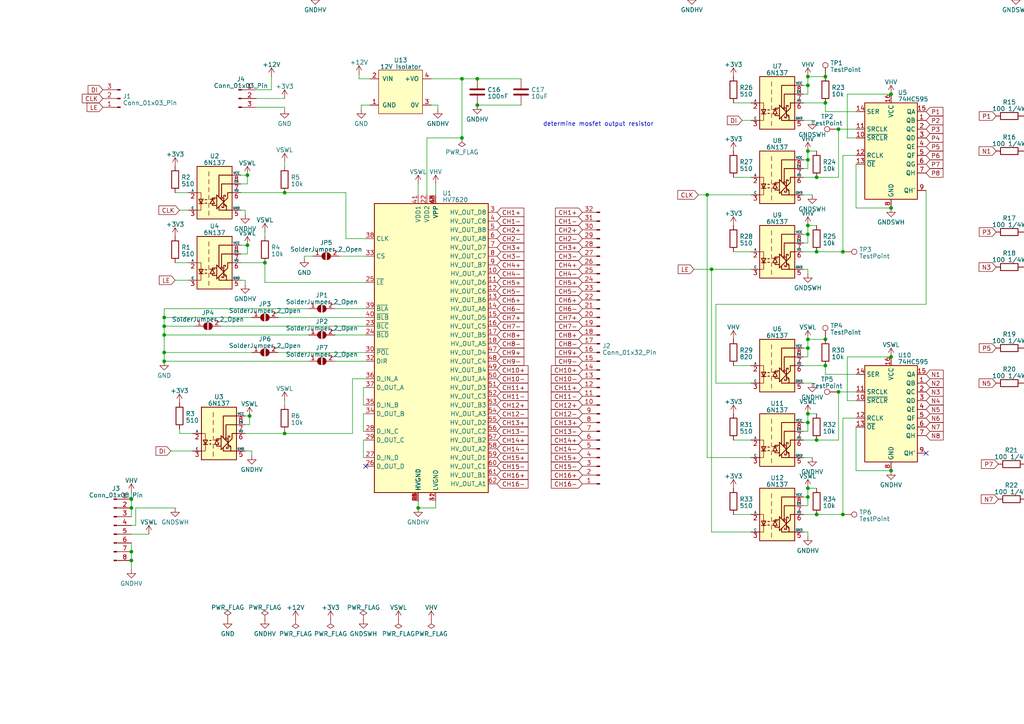
<source format=kicad_sch>
(kicad_sch (version 20230121) (generator eeschema)
  (paper "A4")
  (title_block (title "Output channel board") (date "2023-03-20") (rev "1"))
  (junction (at 236.855 51.435))
  (junction (at 133.985 40.005))
  (junction (at 72.39 120.65))
  (junction (at 239.395 106.045))
  (junction (at 304.8 139.7))
  (junction (at 294.64 -8.89))
  (junction (at 258.445 27.305))
  (junction (at 337.185 139.7))
  (junction (at 82.55 55.88))
  (junction (at 336.55 72.39))
  (junction (at 304.165 72.39))
  (junction (at 47.625 97.155))
  (junction (at 121.285 147.32))
  (junction (at 47.625 92.075))
  (junction (at 175.26 -1.27))
  (junction (at 336.55 106.045))
  (junction (at 281.94 -8.89))
  (junction (at 304.165 38.735))
  (junction (at 175.26 -8.89))
  (junction (at 76.835 76.2))
  (junction (at 239.395 29.845))
  (junction (at 234.315 141.605))
  (junction (at 307.34 -1.27))
  (junction (at 294.64 -1.27))
  (junction (at 149.86 -1.27))
  (junction (at 47.625 102.235))
  (junction (at 162.56 -1.27))
  (junction (at 133.985 22.86))
  (junction (at 239.395 98.425))
  (junction (at 258.445 60.325))
  (junction (at 238.76 -1.27))
  (junction (at 38.1 147.32))
  (junction (at 234.315 24.765))
  (junction (at 38.1 162.56))
  (junction (at 162.56 -8.89))
  (junction (at 205.105 56.515))
  (junction (at 258.445 136.525))
  (junction (at 234.315 65.405))
  (junction (at 234.315 67.945))
  (junction (at 200.66 -1.27))
  (junction (at 38.1 160.02))
  (junction (at 206.375 78.105))
  (junction (at 234.315 120.015))
  (junction (at 187.96 -8.89))
  (junction (at 138.43 22.86))
  (junction (at 238.76 -8.89))
  (junction (at 138.43 30.48))
  (junction (at 71.755 50.8))
  (junction (at 82.55 125.73))
  (junction (at 258.445 103.505))
  (junction (at 234.315 144.145))
  (junction (at 234.315 43.815))
  (junction (at 234.315 46.355))
  (junction (at 91.44 -8.89))
  (junction (at 244.475 149.225))
  (junction (at 91.44 -1.27))
  (junction (at 234.315 122.555))
  (junction (at 243.205 37.465))
  (junction (at 226.06 -1.27))
  (junction (at 71.755 71.12))
  (junction (at 234.315 100.965))
  (junction (at 336.55 38.735))
  (junction (at 307.34 -8.89))
  (junction (at 187.96 -1.27))
  (junction (at 226.06 -8.89))
  (junction (at 200.66 -8.89))
  (junction (at 244.475 73.025))
  (junction (at 236.855 127.635))
  (junction (at 239.395 22.225))
  (junction (at 304.165 106.045))
  (junction (at 213.36 -8.89))
  (junction (at 38.1 144.78))
  (junction (at 213.36 -1.27))
  (junction (at 234.315 22.225))
  (junction (at 281.94 -1.27))
  (junction (at 234.315 98.425))
  (junction (at 47.625 104.775))
  (junction (at 236.855 73.025))
  (junction (at 47.625 94.615))
  (junction (at 243.205 113.665))
  (junction (at 236.855 149.225))
  (junction (at 149.86 -8.89))
  (no_connect (at 106.045 135.255))
  (no_connect (at 268.605 131.445))
  (wire (pts (xy 212.725 29.845) (xy 217.805 29.845)))
  (wire (pts (xy 206.375 154.305) (xy 217.805 154.305)))
  (wire (pts (xy 73.025 130.81) (xy 71.12 130.81)))
  (wire (pts (xy 233.045 111.125) (xy 235.585 111.125)))
  (wire (pts (xy 248.285 47.625) (xy 248.285 60.325)))
  (wire (pts (xy 162.56 -1.27) (xy 175.26 -1.27)))
  (wire (pts (xy 39.37 147.32) (xy 39.37 152.4)))
  (wire (pts (xy 47.625 97.155) (xy 47.625 102.235)))
  (wire (pts (xy 234.315 122.555) (xy 233.045 122.555)))
  (wire (pts (xy 243.205 113.665) (xy 243.205 127.635)))
  (wire (pts (xy 73.025 132.08) (xy 73.025 130.81)))
  (wire (pts (xy 71.12 60.96) (xy 71.12 62.23)))
  (wire (pts (xy 205.105 132.715) (xy 217.805 132.715)))
  (wire (pts (xy 126.365 145.415) (xy 126.365 147.32)))
  (wire (pts (xy 105.41 112.395) (xy 105.41 117.475)))
  (wire (pts (xy 76.2 -1.27) (xy 91.44 -1.27)))
  (wire (pts (xy 248.285 121.285) (xy 244.475 121.285)))
  (wire (pts (xy 248.285 113.665) (xy 243.205 113.665)))
  (wire (pts (xy 234.315 27.305) (xy 234.315 24.765)))
  (wire (pts (xy 100.33 55.88) (xy 100.33 69.215)))
  (wire (pts (xy 52.07 124.46) (xy 52.07 125.73)))
  (wire (pts (xy 71.755 53.34) (xy 71.755 50.8)))
  (wire (pts (xy 71.12 123.19) (xy 72.39 123.19)))
  (wire (pts (xy 69.85 73.66) (xy 71.755 73.66)))
  (wire (pts (xy 236.855 149.225) (xy 233.045 149.225)))
  (wire (pts (xy 281.94 -1.27) (xy 294.64 -1.27)))
  (wire (pts (xy 97.155 104.775) (xy 106.045 104.775)))
  (wire (pts (xy 50.8 55.88) (xy 54.61 55.88)))
  (wire (pts (xy 162.56 -8.89) (xy 175.26 -8.89)))
  (wire (pts (xy 207.645 88.265) (xy 207.645 111.125)))
  (wire (pts (xy 234.315 43.815) (xy 234.315 46.355)))
  (wire (pts (xy 105.41 132.715) (xy 106.045 132.715)))
  (wire (pts (xy 236.855 65.405) (xy 234.315 65.405)))
  (wire (pts (xy 47.625 92.075) (xy 47.625 89.535)))
  (wire (pts (xy 38.1 154.94) (xy 43.18 154.94)))
  (wire (pts (xy 71.755 73.66) (xy 71.755 71.12)))
  (wire (pts (xy 47.625 94.615) (xy 47.625 92.075)))
  (wire (pts (xy 248.285 136.525) (xy 258.445 136.525)))
  (wire (pts (xy 234.315 98.425) (xy 234.315 100.965)))
  (wire (pts (xy 234.315 67.945) (xy 233.045 67.945)))
  (wire (pts (xy 244.475 73.025) (xy 236.855 73.025)))
  (wire (pts (xy 82.55 31.115) (xy 82.55 31.75)))
  (wire (pts (xy 239.395 98.425) (xy 234.315 98.425)))
  (wire (pts (xy 50.8 147.32) (xy 39.37 147.32)))
  (wire (pts (xy 233.045 103.505) (xy 234.315 103.505)))
  (wire (pts (xy 89.535 97.155) (xy 47.625 97.155)))
  (wire (pts (xy 71.12 81.28) (xy 69.85 81.28)))
  (wire (pts (xy 243.205 37.465) (xy 243.205 51.435)))
  (wire (pts (xy 76.835 81.915) (xy 76.835 76.2)))
  (wire (pts (xy 234.315 120.015) (xy 234.315 122.555)))
  (wire (pts (xy 269.24 -1.27) (xy 281.94 -1.27)))
  (wire (pts (xy 215.265 34.925) (xy 217.805 34.925)))
  (wire (pts (xy 47.625 97.155) (xy 47.625 94.615)))
  (wire (pts (xy 50.8 81.28) (xy 54.61 81.28)))
  (wire (pts (xy 213.36 -8.89) (xy 226.06 -8.89)))
  (wire (pts (xy 82.55 125.73) (xy 102.235 125.73)))
  (wire (pts (xy 248.285 37.465) (xy 243.205 37.465)))
  (wire (pts (xy 38.1 162.56) (xy 38.1 165.1)))
  (wire (pts (xy 239.395 32.385) (xy 239.395 29.845)))
  (wire (pts (xy 38.1 160.02) (xy 38.1 162.56)))
  (wire (pts (xy 234.315 103.505) (xy 234.315 100.965)))
  (wire (pts (xy 97.155 97.155) (xy 106.045 97.155)))
  (wire (pts (xy 212.725 73.025) (xy 217.805 73.025)))
  (wire (pts (xy 89.535 104.775) (xy 47.625 104.775)))
  (wire (pts (xy 98.425 74.295) (xy 106.045 74.295)))
  (wire (pts (xy 74.295 31.115) (xy 82.55 31.115)))
  (wire (pts (xy 138.43 22.86) (xy 151.13 22.86)))
  (wire (pts (xy 307.34 -1.27) (xy 320.04 -1.27)))
  (wire (pts (xy 245.745 27.305) (xy 258.445 27.305)))
  (wire (pts (xy 187.96 -1.27) (xy 200.66 -1.27)))
  (wire (pts (xy 100.33 69.215) (xy 106.045 69.215)))
  (wire (pts (xy 200.66 -8.89) (xy 213.36 -8.89)))
  (wire (pts (xy 236.855 51.435) (xy 233.045 51.435)))
  (wire (pts (xy 234.315 144.145) (xy 233.045 144.145)))
  (wire (pts (xy 233.045 132.715) (xy 235.585 132.715)))
  (wire (pts (xy 248.285 108.585) (xy 239.395 108.585)))
  (wire (pts (xy 80.645 92.075) (xy 106.045 92.075)))
  (wire (pts (xy 82.55 46.99) (xy 82.55 48.26)))
  (wire (pts (xy 133.985 22.86) (xy 138.43 22.86)))
  (wire (pts (xy 233.045 34.925) (xy 235.585 34.925)))
  (wire (pts (xy 74.295 28.575) (xy 82.55 28.575)))
  (wire (pts (xy 38.1 142.875) (xy 38.1 144.78)))
  (wire (pts (xy 200.66 -1.27) (xy 213.36 -1.27)))
  (wire (pts (xy 102.235 109.855) (xy 106.045 109.855)))
  (wire (pts (xy 233.045 48.895) (xy 234.315 48.895)))
  (wire (pts (xy 105.41 125.095) (xy 106.045 125.095)))
  (wire (pts (xy 217.805 78.105) (xy 206.375 78.105)))
  (wire (pts (xy 47.625 89.535) (xy 89.535 89.535)))
  (wire (pts (xy 245.745 40.005) (xy 245.745 27.305)))
  (wire (pts (xy 47.625 102.235) (xy 47.625 104.775)))
  (wire (pts (xy 239.395 108.585) (xy 239.395 106.045)))
  (wire (pts (xy 106.045 127.635) (xy 105.41 127.635)))
  (wire (pts (xy 106.045 112.395) (xy 105.41 112.395)))
  (wire (pts (xy 69.85 60.96) (xy 71.12 60.96)))
  (wire (pts (xy 234.315 154.305) (xy 233.045 154.305)))
  (wire (pts (xy 233.045 125.095) (xy 234.315 125.095)))
  (wire (pts (xy 212.725 51.435) (xy 217.805 51.435)))
  (wire (pts (xy 64.135 94.615) (xy 106.045 94.615)))
  (wire (pts (xy 233.045 27.305) (xy 234.315 27.305)))
  (wire (pts (xy 78.74 26.035) (xy 74.295 26.035)))
  (wire (pts (xy 106.045 120.015) (xy 105.41 120.015)))
  (wire (pts (xy 175.26 -8.89) (xy 187.96 -8.89)))
  (wire (pts (xy 123.825 40.005) (xy 123.825 56.515)))
  (wire (pts (xy 71.12 125.73) (xy 82.55 125.73)))
  (wire (pts (xy 137.16 -8.89) (xy 149.86 -8.89)))
  (wire (pts (xy 212.725 127.635) (xy 217.805 127.635)))
  (wire (pts (xy 39.37 152.4) (xy 38.1 152.4)))
  (wire (pts (xy 236.855 120.015) (xy 234.315 120.015)))
  (wire (pts (xy 202.565 56.515) (xy 205.105 56.515)))
  (wire (pts (xy 234.315 65.405) (xy 234.315 67.945)))
  (wire (pts (xy 104.14 21.59) (xy 104.14 22.86)))
  (wire (pts (xy 239.395 22.225) (xy 234.315 22.225)))
  (wire (pts (xy 234.315 48.895) (xy 234.315 46.355)))
  (wire (pts (xy 233.045 56.515) (xy 235.585 56.515)))
  (wire (pts (xy 82.55 125.095) (xy 82.55 125.73)))
  (wire (pts (xy 126.365 147.32) (xy 121.285 147.32)))
  (wire (pts (xy 217.805 56.515) (xy 205.105 56.515)))
  (wire (pts (xy 133.985 40.005) (xy 133.985 22.86)))
  (wire (pts (xy 245.745 116.205) (xy 245.745 103.505)))
  (wire (pts (xy 233.045 70.485) (xy 234.315 70.485)))
  (wire (pts (xy 72.39 120.65) (xy 71.12 120.65)))
  (wire (pts (xy 234.315 46.355) (xy 233.045 46.355)))
  (wire (pts (xy 55.88 125.73) (xy 52.07 125.73)))
  (wire (pts (xy 233.045 146.685) (xy 234.315 146.685)))
  (wire (pts (xy 238.76 -1.27) (xy 251.46 -1.27)))
  (wire (pts (xy 76.2 -8.89) (xy 91.44 -8.89)))
  (wire (pts (xy 82.55 116.205) (xy 82.55 117.475)))
  (wire (pts (xy 307.34 -8.89) (xy 320.04 -8.89)))
  (wire (pts (xy 105.41 117.475) (xy 106.045 117.475)))
  (wire (pts (xy 126.365 53.34) (xy 126.365 56.515)))
  (wire (pts (xy 104.14 22.86) (xy 107.315 22.86)))
  (wire (pts (xy 207.645 111.125) (xy 217.805 111.125)))
  (wire (pts (xy 69.85 53.34) (xy 71.755 53.34)))
  (wire (pts (xy 82.55 55.88) (xy 100.33 55.88)))
  (wire (pts (xy 234.315 79.375) (xy 234.315 78.105)))
  (wire (pts (xy 294.64 -8.89) (xy 307.34 -8.89)))
  (wire (pts (xy 248.285 116.205) (xy 245.745 116.205)))
  (wire (pts (xy 248.285 60.325) (xy 258.445 60.325)))
  (wire (pts (xy 149.86 -1.27) (xy 162.56 -1.27)))
  (wire (pts (xy 123.825 40.005) (xy 133.985 40.005)))
  (wire (pts (xy 71.755 50.8) (xy 69.85 50.8)))
  (wire (pts (xy 245.745 103.505) (xy 258.445 103.505)))
  (wire (pts (xy 248.285 123.825) (xy 248.285 136.525)))
  (wire (pts (xy 149.86 -8.89) (xy 162.56 -8.89)))
  (wire (pts (xy 238.76 -8.89) (xy 251.46 -8.89)))
  (wire (pts (xy 175.26 -1.27) (xy 187.96 -1.27)))
  (wire (pts (xy 243.205 51.435) (xy 236.855 51.435)))
  (wire (pts (xy 206.375 78.105) (xy 206.375 154.305)))
  (wire (pts (xy 47.625 102.235) (xy 73.025 102.235)))
  (wire (pts (xy 137.16 -1.27) (xy 149.86 -1.27)))
  (wire (pts (xy 187.96 -8.89) (xy 200.66 -8.89)))
  (wire (pts (xy 76.835 76.2) (xy 69.85 76.2)))
  (wire (pts (xy 201.295 78.105) (xy 206.375 78.105)))
  (wire (pts (xy 234.315 24.765) (xy 233.045 24.765)))
  (wire (pts (xy 49.53 130.81) (xy 55.88 130.81)))
  (wire (pts (xy 138.43 30.48) (xy 151.13 30.48)))
  (wire (pts (xy 243.205 127.635) (xy 236.855 127.635)))
  (wire (pts (xy 125.095 22.86) (xy 133.985 22.86)))
  (wire (pts (xy 71.12 82.55) (xy 71.12 81.28)))
  (wire (pts (xy 125.095 30.48) (xy 127 30.48)))
  (wire (pts (xy 97.155 89.535) (xy 106.045 89.535)))
  (wire (pts (xy 38.1 147.32) (xy 38.1 149.86)))
  (wire (pts (xy 104.775 30.48) (xy 107.315 30.48)))
  (wire (pts (xy 294.64 -1.27) (xy 307.34 -1.27)))
  (wire (pts (xy 236.855 43.815) (xy 234.315 43.815)))
  (wire (pts (xy 234.315 146.685) (xy 234.315 144.145)))
  (wire (pts (xy 50.8 76.2) (xy 54.61 76.2)))
  (wire (pts (xy 234.315 100.965) (xy 233.045 100.965)))
  (wire (pts (xy 236.855 73.025) (xy 233.045 73.025)))
  (wire (pts (xy 244.475 45.085) (xy 244.475 73.025)))
  (wire (pts (xy 88.265 74.93) (xy 88.265 74.295)))
  (wire (pts (xy 281.94 -8.89) (xy 294.64 -8.89)))
  (wire (pts (xy 248.285 45.085) (xy 244.475 45.085)))
  (wire (pts (xy 248.285 32.385) (xy 239.395 32.385)))
  (wire (pts (xy 234.315 78.105) (xy 233.045 78.105)))
  (wire (pts (xy 106.045 81.915) (xy 76.835 81.915)))
  (wire (pts (xy 244.475 149.225) (xy 236.855 149.225)))
  (wire (pts (xy 234.315 70.485) (xy 234.315 67.945)))
  (wire (pts (xy 239.395 29.845) (xy 233.045 29.845)))
  (wire (pts (xy 226.06 -8.89) (xy 238.76 -8.89)))
  (wire (pts (xy 52.07 60.96) (xy 54.61 60.96)))
  (wire (pts (xy 71.755 71.12) (xy 69.85 71.12)))
  (wire (pts (xy 234.315 155.575) (xy 234.315 154.305)))
  (wire (pts (xy 38.1 157.48) (xy 38.1 160.02)))
  (wire (pts (xy 212.725 106.045) (xy 217.805 106.045)))
  (wire (pts (xy 47.625 92.075) (xy 73.025 92.075)))
  (wire (pts (xy 127 30.48) (xy 127 31.75)))
  (wire (pts (xy 69.85 55.88) (xy 82.55 55.88)))
  (wire (pts (xy 213.36 -1.27) (xy 226.06 -1.27)))
  (wire (pts (xy 244.475 121.285) (xy 244.475 149.225)))
  (wire (pts (xy 226.06 -1.27) (xy 238.76 -1.27)))
  (wire (pts (xy 236.855 127.635) (xy 233.045 127.635)))
  (wire (pts (xy 80.645 102.235) (xy 106.045 102.235)))
  (wire (pts (xy 47.625 94.615) (xy 56.515 94.615)))
  (wire (pts (xy 38.1 144.78) (xy 38.1 147.32)))
  (wire (pts (xy 268.605 88.265) (xy 207.645 88.265)))
  (wire (pts (xy 234.315 22.225) (xy 234.315 24.765)))
  (wire (pts (xy 205.105 56.515) (xy 205.105 132.715)))
  (wire (pts (xy 121.285 53.34) (xy 121.285 56.515)))
  (wire (pts (xy 239.395 106.045) (xy 233.045 106.045)))
  (wire (pts (xy 268.605 55.245) (xy 268.605 88.265)))
  (wire (pts (xy 104.775 31.75) (xy 104.775 30.48)))
  (wire (pts (xy 105.41 120.015) (xy 105.41 125.095)))
  (wire (pts (xy 234.315 141.605) (xy 234.315 144.145)))
  (wire (pts (xy 105.41 127.635) (xy 105.41 132.715)))
  (wire (pts (xy 78.74 22.225) (xy 78.74 26.035)))
  (wire (pts (xy 88.265 74.295) (xy 90.805 74.295)))
  (wire (pts (xy 248.285 40.005) (xy 245.745 40.005)))
  (wire (pts (xy 269.24 -8.89) (xy 281.94 -8.89)))
  (wire (pts (xy 76.835 67.31) (xy 76.835 68.58)))
  (wire (pts (xy 102.235 125.73) (xy 102.235 109.855)))
  (wire (pts (xy 72.39 123.19) (xy 72.39 120.65)))
  (wire (pts (xy 236.855 141.605) (xy 234.315 141.605)))
  (wire (pts (xy 212.725 149.225) (xy 217.805 149.225)))
  (wire (pts (xy 234.315 125.095) (xy 234.315 122.555)))
  (wire (pts (xy 121.285 145.415) (xy 121.285 147.32)))
  (text "determine mosfet output resistor" (at 157.48 36.83 0) (effects (font (size 1.27 1.27)) (justify left bottom)))
  (global_label "CH7-" (shape input) (at 144.145 94.615 0) (property "Intersheetrefs" "${INTERSHEET_REFS}" (effects hide)))
  (global_label "CH9-" (shape input) (at 144.145 104.775 0) (property "Intersheetrefs" "${INTERSHEET_REFS}" (effects hide)))
  (global_label "CH15-" (shape input) (at 144.145 135.255 0) (property "Intersheetrefs" "${INTERSHEET_REFS}" (effects hide)))
  (global_label "CH16+" (shape input) (at 168.91 137.795 180) (property "Intersheetrefs" "${INTERSHEET_REFS}" (effects hide)))
  (global_label "CH6+" (shape input) (at 168.91 86.995 180) (property "Intersheetrefs" "${INTERSHEET_REFS}" (effects hide)))
  (global_label "CH8+" (shape input) (at 168.91 97.155 180) (property "Intersheetrefs" "${INTERSHEET_REFS}" (effects hide)))
  (global_label "CH10+" (shape input) (at 144.145 107.315 0) (property "Intersheetrefs" "${INTERSHEET_REFS}" (effects hide)))
  (global_label "DI" (shape input) (at 49.53 130.81 180) (property "Intersheetrefs" "${INTERSHEET_REFS}" (effects hide)))
  (global_label "N1" (shape input) (at 268.605 108.585 0) (property "Intersheetrefs" "${INTERSHEET_REFS}" (effects hide)))
  (global_label "CH4+" (shape input) (at 168.91 76.835 180) (property "Intersheetrefs" "${INTERSHEET_REFS}" (effects hide)))
  (global_label "CH4+" (shape input) (at 312.42 139.7 0) (property "Intersheetrefs" "${INTERSHEET_REFS}" (effects hide)))
  (global_label "CH13-" (shape input) (at 144.145 125.095 0) (property "Intersheetrefs" "${INTERSHEET_REFS}" (effects hide)))
  (global_label "P4" (shape input) (at 268.605 40.005 0) (property "Intersheetrefs" "${INTERSHEET_REFS}" (effects hide)))
  (global_label "N6" (shape input) (at 321.31 111.125 180) (property "Intersheetrefs" "${INTERSHEET_REFS}" (effects hide)))
  (global_label "CH3+" (shape input) (at 311.785 106.045 0) (property "Intersheetrefs" "${INTERSHEET_REFS}" (effects hide)))
  (global_label "CH16-" (shape input) (at 168.91 140.335 180) (property "Intersheetrefs" "${INTERSHEET_REFS}" (effects hide)))
  (global_label "CH15+" (shape input) (at 168.91 132.715 180) (property "Intersheetrefs" "${INTERSHEET_REFS}" (effects hide)))
  (global_label "DI" (shape input) (at 29.845 26.035 180) (property "Intersheetrefs" "${INTERSHEET_REFS}" (effects hide)))
  (global_label "CH10-" (shape input) (at 144.145 109.855 0) (property "Intersheetrefs" "${INTERSHEET_REFS}" (effects hide)))
  (global_label "CH2-" (shape input) (at 344.17 72.39 0) (property "Intersheetrefs" "${INTERSHEET_REFS}" (effects hide)))
  (global_label "N1" (shape input) (at 288.925 43.815 180) (property "Intersheetrefs" "${INTERSHEET_REFS}" (effects hide)))
  (global_label "CH12+" (shape input) (at 168.91 117.475 180) (property "Intersheetrefs" "${INTERSHEET_REFS}" (effects hide)))
  (global_label "P8" (shape input) (at 268.605 50.165 0) (property "Intersheetrefs" "${INTERSHEET_REFS}" (effects hide)))
  (global_label "CH14-" (shape input) (at 168.91 130.175 180) (property "Intersheetrefs" "${INTERSHEET_REFS}" (effects hide)))
  (global_label "CH2-" (shape input) (at 168.91 69.215 180) (property "Intersheetrefs" "${INTERSHEET_REFS}" (effects hide)))
  (global_label "CH8-" (shape input) (at 168.91 99.695 180) (property "Intersheetrefs" "${INTERSHEET_REFS}" (effects hide)))
  (global_label "CLK" (shape input) (at 52.07 60.96 180) (property "Intersheetrefs" "${INTERSHEET_REFS}" (effects hide)))
  (global_label "CH5+" (shape input) (at 144.145 81.915 0) (property "Intersheetrefs" "${INTERSHEET_REFS}" (effects hide)))
  (global_label "CH3-" (shape input) (at 144.145 74.295 0) (property "Intersheetrefs" "${INTERSHEET_REFS}" (effects hide)))
  (global_label "CH5-" (shape input) (at 144.145 84.455 0) (property "Intersheetrefs" "${INTERSHEET_REFS}" (effects hide)))
  (global_label "CH13+" (shape input) (at 144.145 122.555 0) (property "Intersheetrefs" "${INTERSHEET_REFS}" (effects hide)))
  (global_label "CH10+" (shape input) (at 168.91 107.315 180) (property "Intersheetrefs" "${INTERSHEET_REFS}" (effects hide)))
  (global_label "N4" (shape input) (at 268.605 116.205 0) (property "Intersheetrefs" "${INTERSHEET_REFS}" (effects hide)))
  (global_label "CH9-" (shape input) (at 168.91 104.775 180) (property "Intersheetrefs" "${INTERSHEET_REFS}" (effects hide)))
  (global_label "N2" (shape input) (at 321.31 43.815 180) (property "Intersheetrefs" "${INTERSHEET_REFS}" (effects hide)))
  (global_label "P5" (shape input) (at 268.605 42.545 0) (property "Intersheetrefs" "${INTERSHEET_REFS}" (effects hide)))
  (global_label "P3" (shape input) (at 268.605 37.465 0) (property "Intersheetrefs" "${INTERSHEET_REFS}" (effects hide)))
  (global_label "CH6+" (shape input) (at 144.145 86.995 0) (property "Intersheetrefs" "${INTERSHEET_REFS}" (effects hide)))
  (global_label "LE" (shape input) (at 201.295 78.105 180) (property "Intersheetrefs" "${INTERSHEET_REFS}" (effects hide)))
  (global_label "CH3-" (shape input) (at 344.17 106.045 0) (property "Intersheetrefs" "${INTERSHEET_REFS}" (effects hide)))
  (global_label "CH1-" (shape input) (at 168.91 64.135 180) (property "Intersheetrefs" "${INTERSHEET_REFS}" (effects hide)))
  (global_label "CH4-" (shape input) (at 168.91 79.375 180) (property "Intersheetrefs" "${INTERSHEET_REFS}" (effects hide)))
  (global_label "P1" (shape input) (at 268.605 32.385 0) (property "Intersheetrefs" "${INTERSHEET_REFS}" (effects hide)))
  (global_label "CH8-" (shape input) (at 144.145 99.695 0) (property "Intersheetrefs" "${INTERSHEET_REFS}" (effects hide)))
  (global_label "CLK" (shape input) (at 202.565 56.515 180) (property "Intersheetrefs" "${INTERSHEET_REFS}" (effects hide)))
  (global_label "CH9+" (shape input) (at 144.145 102.235 0) (property "Intersheetrefs" "${INTERSHEET_REFS}" (effects hide)))
  (global_label "CH7+" (shape input) (at 144.145 92.075 0) (property "Intersheetrefs" "${INTERSHEET_REFS}" (effects hide)))
  (global_label "P4" (shape input) (at 321.31 67.31 180) (property "Intersheetrefs" "${INTERSHEET_REFS}" (effects hide)))
  (global_label "CH15-" (shape input) (at 168.91 135.255 180) (property "Intersheetrefs" "${INTERSHEET_REFS}" (effects hide)))
  (global_label "CH6-" (shape input) (at 144.145 89.535 0) (property "Intersheetrefs" "${INTERSHEET_REFS}" (effects hide)))
  (global_label "CH1+" (shape input) (at 144.145 61.595 0) (property "Intersheetrefs" "${INTERSHEET_REFS}" (effects hide)))
  (global_label "P6" (shape input) (at 321.31 100.965 180) (property "Intersheetrefs" "${INTERSHEET_REFS}" (effects hide)))
  (global_label "CH7+" (shape input) (at 168.91 92.075 180) (property "Intersheetrefs" "${INTERSHEET_REFS}" (effects hide)))
  (global_label "CH11-" (shape input) (at 168.91 114.935 180) (property "Intersheetrefs" "${INTERSHEET_REFS}" (effects hide)))
  (global_label "P7" (shape input) (at 268.605 47.625 0) (property "Intersheetrefs" "${INTERSHEET_REFS}" (effects hide)))
  (global_label "CH4-" (shape input) (at 344.805 139.7 0) (property "Intersheetrefs" "${INTERSHEET_REFS}" (effects hide)))
  (global_label "CH4-" (shape input) (at 144.145 79.375 0) (property "Intersheetrefs" "${INTERSHEET_REFS}" (effects hide)))
  (global_label "CH1-" (shape input) (at 144.145 64.135 0) (property "Intersheetrefs" "${INTERSHEET_REFS}" (effects hide)))
  (global_label "P8" (shape input) (at 321.945 134.62 180) (property "Intersheetrefs" "${INTERSHEET_REFS}" (effects hide)))
  (global_label "CH4+" (shape input) (at 144.145 76.835 0) (property "Intersheetrefs" "${INTERSHEET_REFS}" (effects hide)))
  (global_label "N7" (shape input) (at 289.56 144.78 180) (property "Intersheetrefs" "${INTERSHEET_REFS}" (effects hide)))
  (global_label "CH2+" (shape input) (at 311.785 72.39 0) (property "Intersheetrefs" "${INTERSHEET_REFS}" (effects hide)))
  (global_label "P1" (shape input) (at 288.925 33.655 180) (property "Intersheetrefs" "${INTERSHEET_REFS}" (effects hide)))
  (global_label "CH3-" (shape input) (at 168.91 74.295 180) (property "Intersheetrefs" "${INTERSHEET_REFS}" (effects hide)))
  (global_label "P5" (shape input) (at 288.925 100.965 180) (property "Intersheetrefs" "${INTERSHEET_REFS}" (effects hide)))
  (global_label "DI" (shape input) (at 215.265 34.925 180) (property "Intersheetrefs" "${INTERSHEET_REFS}" (effects hide)))
  (global_label "CH16-" (shape input) (at 144.145 140.335 0) (property "Intersheetrefs" "${INTERSHEET_REFS}" (effects hide)))
  (global_label "CH13+" (shape input) (at 168.91 122.555 180) (property "Intersheetrefs" "${INTERSHEET_REFS}" (effects hide)))
  (global_label "CH1+" (shape input) (at 168.91 61.595 180) (property "Intersheetrefs" "${INTERSHEET_REFS}" (effects hide)))
  (global_label "CH14+" (shape input) (at 144.145 127.635 0) (property "Intersheetrefs" "${INTERSHEET_REFS}" (effects hide)))
  (global_label "CH5+" (shape input) (at 168.91 81.915 180) (property "Intersheetrefs" "${INTERSHEET_REFS}" (effects hide)))
  (global_label "LE" (shape input) (at 50.8 81.28 180) (property "Intersheetrefs" "${INTERSHEET_REFS}" (effects hide)))
  (global_label "CH1+" (shape input) (at 311.785 38.735 0) (property "Intersheetrefs" "${INTERSHEET_REFS}" (effects hide)))
  (global_label "N4" (shape input) (at 321.31 77.47 180) (property "Intersheetrefs" "${INTERSHEET_REFS}" (effects hide)))
  (global_label "CH13-" (shape input) (at 168.91 125.095 180) (property "Intersheetrefs" "${INTERSHEET_REFS}" (effects hide)))
  (global_label "CH2+" (shape input) (at 168.91 66.675 180) (property "Intersheetrefs" "${INTERSHEET_REFS}" (effects hide)))
  (global_label "CH2+" (shape input) (at 144.145 66.675 0) (property "Intersheetrefs" "${INTERSHEET_REFS}" (effects hide)))
  (global_label "P6" (shape input) (at 268.605 45.085 0) (property "Intersheetrefs" "${INTERSHEET_REFS}" (effects hide)))
  (global_label "CH12+" (shape input) (at 144.145 117.475 0) (property "Intersheetrefs" "${INTERSHEET_REFS}" (effects hide)))
  (global_label "CH6-" (shape input) (at 168.91 89.535 180) (property "Intersheetrefs" "${INTERSHEET_REFS}" (effects hide)))
  (global_label "N5" (shape input) (at 268.605 118.745 0) (property "Intersheetrefs" "${INTERSHEET_REFS}" (effects hide)))
  (global_label "CH11-" (shape input) (at 144.145 114.935 0) (property "Intersheetrefs" "${INTERSHEET_REFS}" (effects hide)))
  (global_label "CH11+" (shape input) (at 168.91 112.395 180) (property "Intersheetrefs" "${INTERSHEET_REFS}" (effects hide)))
  (global_label "P7" (shape input) (at 289.56 134.62 180) (property "Intersheetrefs" "${INTERSHEET_REFS}" (effects hide)))
  (global_label "P2" (shape input) (at 321.31 33.655 180) (property "Intersheetrefs" "${INTERSHEET_REFS}" (effects hide)))
  (global_label "CH1-" (shape input) (at 344.17 38.735 0) (property "Intersheetrefs" "${INTERSHEET_REFS}" (effects hide)))
  (global_label "LE" (shape input) (at 29.845 31.115 180) (property "Intersheetrefs" "${INTERSHEET_REFS}" (effects hide)))
  (global_label "CH2-" (shape input) (at 144.145 69.215 0) (property "Intersheetrefs" "${INTERSHEET_REFS}" (effects hide)))
  (global_label "CH11+" (shape input) (at 144.145 112.395 0) (property "Intersheetrefs" "${INTERSHEET_REFS}" (effects hide)))
  (global_label "N3" (shape input) (at 288.925 77.47 180) (property "Intersheetrefs" "${INTERSHEET_REFS}" (effects hide)))
  (global_label "N6" (shape input) (at 268.605 121.285 0) (property "Intersheetrefs" "${INTERSHEET_REFS}" (effects hide)))
  (global_label "CH12-" (shape input) (at 144.145 120.015 0) (property "Intersheetrefs" "${INTERSHEET_REFS}" (effects hide)))
  (global_label "CH9+" (shape input) (at 168.91 102.235 180) (property "Intersheetrefs" "${INTERSHEET_REFS}" (effects hide)))
  (global_label "N2" (shape input) (at 268.605 111.125 0) (property "Intersheetrefs" "${INTERSHEET_REFS}" (effects hide)))
  (global_label "CH15+" (shape input) (at 144.145 132.715 0) (property "Intersheetrefs" "${INTERSHEET_REFS}" (effects hide)))
  (global_label "P3" (shape input) (at 288.925 67.31 180) (property "Intersheetrefs" "${INTERSHEET_REFS}" (effects hide)))
  (global_label "CH12-" (shape input) (at 168.91 120.015 180) (property "Intersheetrefs" "${INTERSHEET_REFS}" (effects hide)))
  (global_label "CH3+" (shape input) (at 144.145 71.755 0) (property "Intersheetrefs" "${INTERSHEET_REFS}" (effects hide)))
  (global_label "N5" (shape input) (at 288.925 111.125 180) (property "Intersheetrefs" "${INTERSHEET_REFS}" (effects hide)))
  (global_label "N3" (shape input) (at 268.605 113.665 0) (property "Intersheetrefs" "${INTERSHEET_REFS}" (effects hide)))
  (global_label "CH16+" (shape input) (at 144.145 137.795 0) (property "Intersheetrefs" "${INTERSHEET_REFS}" (effects hide)))
  (global_label "CH5-" (shape input) (at 168.91 84.455 180) (property "Intersheetrefs" "${INTERSHEET_REFS}" (effects hide)))
  (global_label "CLK" (shape input) (at 29.845 28.575 180) (property "Intersheetrefs" "${INTERSHEET_REFS}" (effects hide)))
  (global_label "N8" (shape input) (at 321.945 144.78 180) (property "Intersheetrefs" "${INTERSHEET_REFS}" (effects hide)))
  (global_label "CH14+" (shape input) (at 168.91 127.635 180) (property "Intersheetrefs" "${INTERSHEET_REFS}" (effects hide)))
  (global_label "N8" (shape input) (at 268.605 126.365 0) (property "Intersheetrefs" "${INTERSHEET_REFS}" (effects hide)))
  (global_label "CH3+" (shape input) (at 168.91 71.755 180) (property "Intersheetrefs" "${INTERSHEET_REFS}" (effects hide)))
  (global_label "CH8+" (shape input) (at 144.145 97.155 0) (property "Intersheetrefs" "${INTERSHEET_REFS}" (effects hide)))
  (global_label "CH14-" (shape input) (at 144.145 130.175 0) (property "Intersheetrefs" "${INTERSHEET_REFS}" (effects hide)))
  (global_label "N7" (shape input) (at 268.605 123.825 0) (property "Intersheetrefs" "${INTERSHEET_REFS}" (effects hide)))
  (global_label "P2" (shape input) (at 268.605 34.925 0) (property "Intersheetrefs" "${INTERSHEET_REFS}" (effects hide)))
  (global_label "CH7-" (shape input) (at 168.91 94.615 180) (property "Intersheetrefs" "${INTERSHEET_REFS}" (effects hide)))
  (global_label "CH10-" (shape input) (at 168.91 109.855 180) (property "Intersheetrefs" "${INTERSHEET_REFS}" (effects hide)))
  (symbol (lib_id "el_components:GNDSWH") (at 234.315 79.375 0) (unit 1)
    (property "Reference" "#PWR044" (effects hide))
    (property "Value" "GNDSWH" (at 234.315 83.5105 0))
  )
  (symbol (lib_id "Device:R") (at 292.735 33.655 90) (unit 1)
    (property "Reference" "R15" (at 292.735 29.6291 90))
    (property "Value" "100 1/4W" (at 292.735 31.5501 90))
  )
  (symbol (lib_id "el_components:VHV") (at 91.44 -8.89 0) (unit 1)
    (property "Reference" "#PWR070" (effects hide))
    (property "Value" "VHV" (at 91.44 -12.3919 0))
  )
  (symbol (lib_id "el_components:Si7119DN") (at 301.625 33.655 0) (mirror x) (unit 1)
    (property "Reference" "Q9" (at 306.832 33.9718 0) (effects (justify left)))
    (property "Value" "Si7119DN" (effects hide))
    (property "Footprint" "Package_SO:Vishay_PowerPAK_1212-8_Single" (effects hide))
    (property "Datasheet" "https://www.mouser.de/datasheet/2/427/VISH_S_A0001142067_1-2567136.pdf" (effects hide))
  )
  (symbol (lib_id "el_components:GNDHV") (at 234.315 155.575 0) (unit 1)
    (property "Reference" "#PWR048" (effects hide))
    (property "Value" "GNDHV" (at 234.315 159.7105 0))
  )
  (symbol (lib_id "el_components:GNDHV") (at 304.165 116.205 0) (unit 1)
    (property "Reference" "#PWR036" (effects hide))
    (property "Value" "GNDHV" (at 304.165 120.3405 0))
  )
  (symbol (lib_id "power:+3V3") (at 50.8 48.26 0) (unit 1)
    (property "Reference" "#PWR051" (effects hide))
    (property "Value" "+3V3" (at 50.8 44.7581 0))
  )
  (symbol (lib_id "power:+3V3") (at 212.725 141.605 0) (unit 1)
    (property "Reference" "#PWR063" (effects hide))
    (property "Value" "+3V3" (at 212.725 138.1031 0))
  )
  (symbol (lib_id "el_components:VHV") (at 337.185 129.54 0) (unit 1)
    (property "Reference" "#PWR029" (effects hide))
    (property "Value" "VHV" (at 337.185 126.0381 0))
  )
  (symbol (lib_id "Jumper:SolderJumper_2_Open") (at 93.345 97.155 0) (unit 1)
    (property "Reference" "JP2" (at 93.345 93.2561 0))
    (property "Value" "SolderJumper_2_Open" (at 93.345 95.1771 0))
  )
  (symbol (lib_id "Device:R") (at 212.725 69.215 0) (unit 1)
    (property "Reference" "R28" (at 214.503 68.5713 0) (effects (justify left)))
    (property "Value" "510" (at 214.503 70.4923 0) (effects (justify left)))
  )
  (symbol (lib_id "el_components:VSWL") (at 234.315 120.015 0) (unit 1)
    (property "Reference" "#PWR057" (effects hide))
    (property "Value" "VSWL" (at 234.315 116.5131 0))
  )
  (symbol (lib_id "power:PWR_FLAG") (at 76.835 179.705 0) (unit 1)
    (property "Reference" "#FLG02" (effects hide))
    (property "Value" "PWR_FLAG" (at 76.835 176.2031 0))
  )
  (symbol (lib_id "Device:C") (at 137.16 -5.08 0) (unit 1)
    (property "Reference" "C1" (at 140.081 -5.7237 0) (effects (justify left)))
    (property "Value" "100nF" (at 140.081 -3.8027 0) (effects (justify left)))
  )
  (symbol (lib_id "Device:R") (at 212.725 102.235 0) (unit 1)
    (property "Reference" "R29" (at 214.503 101.5913 0) (effects (justify left)))
    (property "Value" "820" (at 214.503 103.5123 0) (effects (justify left)))
  )
  (symbol (lib_id "Device:R") (at 236.855 69.215 0) (unit 1)
    (property "Reference" "R25" (at 238.633 68.5713 0) (effects (justify left)))
    (property "Value" "10k" (at 238.633 70.4923 0) (effects (justify left)))
  )
  (symbol (lib_id "el_components:STN4NF20L") (at 334.01 111.125 0) (unit 1)
    (property "Reference" "Q6" (at 339.217 110.4813 0) (effects (justify left)))
    (property "Value" "STN4NF20L" (at 339.217 112.4023 0) (effects (justify left)))
    (property "Footprint" "Package_TO_SOT_SMD:SOT-223-3_TabPin2" (effects hide))
    (property "Datasheet" "https://www.mouser.de/datasheet/2/389/cd00272247-1797117.pdf" (effects hide))
  )
  (symbol (lib_id "el_components:VHV") (at 304.8 129.54 0) (unit 1)
    (property "Reference" "#PWR037" (effects hide))
    (property "Value" "VHV" (at 304.8 126.0381 0))
  )
  (symbol (lib_id "Jumper:SolderJumper_2_Open") (at 93.345 89.535 0) (unit 1)
    (property "Reference" "JP1" (at 93.345 85.6361 0))
    (property "Value" "SolderJumper_2_Open" (at 93.345 87.5571 0))
  )
  (symbol (lib_id "el_components:GNDSWH") (at 105.41 179.705 0) (unit 1)
    (property "Reference" "#PWR077" (effects hide))
    (property "Value" "GNDSWH" (at 105.41 183.8405 0))
  )
  (symbol (lib_id "el_components:VSWL") (at 82.55 46.99 0) (unit 1)
    (property "Reference" "#PWR018" (effects hide))
    (property "Value" "VSWL" (at 82.55 43.4881 0))
  )
  (symbol (lib_id "Device:R") (at 325.12 43.815 90) (unit 1)
    (property "Reference" "R9" (at 325.12 39.7891 90))
    (property "Value" "100 1/4W" (at 325.12 41.7101 90))
  )
  (symbol (lib_id "el_components:GNDHV") (at 336.55 116.205 0) (unit 1)
    (property "Reference" "#PWR028" (effects hide))
    (property "Value" "GNDHV" (at 336.55 120.3405 0))
  )
  (symbol (lib_id "Device:R") (at 212.725 123.825 0) (unit 1)
    (property "Reference" "R31" (at 214.503 123.1813 0) (effects (justify left)))
    (property "Value" "510" (at 214.503 125.1023 0) (effects (justify left)))
  )
  (symbol (lib_id "power:+3V3") (at 50.8 68.58 0) (unit 1)
    (property "Reference" "#PWR053" (effects hide))
    (property "Value" "+3V3" (at 50.8 65.0781 0))
  )
  (symbol (lib_id "Device:C") (at 251.46 -5.08 0) (unit 1)
    (property "Reference" "C19" (at 254.381 -5.7237 0) (effects (justify left)))
    (property "Value" "10uF" (at 254.381 -3.8027 0) (effects (justify left)))
  )
  (symbol (lib_id "Device:C") (at 307.34 -5.08 0) (unit 1)
    (property "Reference" "C10" (at 310.261 -5.7237 0) (effects (justify left)))
    (property "Value" "100nF" (at 310.261 -3.8027 0) (effects (justify left)))
  )
  (symbol (lib_id "Connector:TestPoint") (at 244.475 73.025 270) (unit 1)
    (property "Reference" "TP3" (at 249.174 72.3813 90) (effects (justify left)))
    (property "Value" "TestPoint" (at 249.174 74.3023 90) (effects (justify left)))
  )
  (symbol (lib_id "el_components:HV7620") (at 123.825 97.155 0) (unit 1)
    (property "Reference" "U1" (at 128.3209 56.0451 0) (effects (justify left)))
    (property "Value" "HV7620" (at 128.3209 57.9661 0) (effects (justify left)))
    (property "Datasheet" "http://ww1.microchip.com/downloads/en/DeviceDoc/HV7620%20C112213.pdf" (effects hide))
  )
  (symbol (lib_id "el_components:VSWL") (at 71.755 50.8 0) (unit 1)
    (property "Reference" "#PWR012" (effects hide))
    (property "Value" "VSWL" (at 71.755 47.2981 0))
  )
  (symbol (lib_id "el_components:GNDHV") (at 127 31.75 0) (unit 1)
    (property "Reference" "#PWR065" (effects hide))
    (property "Value" "GNDHV" (at 127 35.8855 0))
  )
  (symbol (lib_id "el_components:VHV") (at 336.55 62.23 0) (unit 1)
    (property "Reference" "#PWR025" (effects hide))
    (property "Value" "VHV" (at 336.55 58.7281 0))
  )
  (symbol (lib_id "Device:R") (at 340.995 139.7 90) (unit 1)
    (property "Reference" "R42" (at 340.995 135.6741 90))
    (property "Value" "R" (at 340.995 137.5951 90))
  )
  (symbol (lib_id "power:+3V3") (at 52.07 116.84 0) (unit 1)
    (property "Reference" "#PWR052" (effects hide))
    (property "Value" "+3V3" (at 52.07 113.3381 0))
  )
  (symbol (lib_id "el_components:Si7119DN") (at 301.625 67.31 0) (mirror x) (unit 1)
    (property "Reference" "Q11" (at 306.832 67.6268 0) (effects (justify left)))
    (property "Value" "Si7119DN" (effects hide))
    (property "Footprint" "Package_SO:Vishay_PowerPAK_1212-8_Single" (effects hide))
    (property "Datasheet" "https://www.mouser.de/datasheet/2/427/VISH_S_A0001142067_1-2567136.pdf" (effects hide))
  )
  (symbol (lib_id "power:GND") (at 47.625 104.775 0) (unit 1)
    (property "Reference" "#PWR06" (effects hide))
    (property "Value" "GND" (at 47.625 108.9105 0))
  )
  (symbol (lib_id "Jumper:SolderJumper_2_Open") (at 93.345 104.775 0) (unit 1)
    (property "Reference" "JP7" (at 93.345 100.8761 0))
    (property "Value" "SolderJumper_2_Open" (at 93.345 102.7971 0))
  )
  (symbol (lib_id "Device:C") (at 76.2 -5.08 0) (unit 1)
    (property "Reference" "C14" (at 79.121 -5.7237 0) (effects (justify left)))
    (property "Value" "1uf 250V" (at 79.121 -3.8027 0) (effects (justify left)))
  )
  (symbol (lib_id "el_components:STN4NF20L") (at 334.645 144.78 0) (unit 1)
    (property "Reference" "Q8" (at 339.852 144.1363 0) (effects (justify left)))
    (property "Value" "STN4NF20L" (at 339.852 146.0573 0) (effects (justify left)))
    (property "Footprint" "Package_TO_SOT_SMD:SOT-223-3_TabPin2" (effects hide))
    (property "Datasheet" "https://www.mouser.de/datasheet/2/389/cd00272247-1797117.pdf" (effects hide))
  )
  (symbol (lib_id "el_components:Si7119DN") (at 302.26 134.62 0) (mirror x) (unit 1)
    (property "Reference" "Q15" (at 307.467 134.9368 0) (effects (justify left)))
    (property "Value" "Si7119DN" (effects hide))
    (property "Footprint" "Package_SO:Vishay_PowerPAK_1212-8_Single" (effects hide))
    (property "Datasheet" "https://www.mouser.de/datasheet/2/427/VISH_S_A0001142067_1-2567136.pdf" (effects hide))
  )
  (symbol (lib_id "el_components:Si7119DN") (at 301.625 100.965 0) (mirror x) (unit 1)
    (property "Reference" "Q13" (at 306.832 101.2818 0) (effects (justify left)))
    (property "Value" "Si7119DN" (effects hide))
    (property "Footprint" "Package_SO:Vishay_PowerPAK_1212-8_Single" (effects hide))
    (property "Datasheet" "https://www.mouser.de/datasheet/2/427/VISH_S_A0001142067_1-2567136.pdf" (effects hide))
  )
  (symbol (lib_id "power:+12V") (at 85.725 179.705 0) (unit 1)
    (property "Reference" "#PWR075" (effects hide))
    (property "Value" "+12V" (at 85.725 176.2031 0))
  )
  (symbol (lib_id "el_components:STN4NF20L") (at 334.01 43.815 0) (unit 1)
    (property "Reference" "Q2" (at 339.217 43.1713 0) (effects (justify left)))
    (property "Value" "STN4NF20L" (at 339.217 45.0923 0) (effects (justify left)))
    (property "Footprint" "Package_TO_SOT_SMD:SOT-223-3_TabPin2" (effects hide))
    (property "Datasheet" "https://www.mouser.de/datasheet/2/389/cd00272247-1797117.pdf" (effects hide))
  )
  (symbol (lib_id "power:+3V3") (at 82.55 28.575 0) (unit 1)
    (property "Reference" "#PWR015" (effects hide))
    (property "Value" "+3V3" (at 82.55 25.0731 0))
  )
  (symbol (lib_id "Device:R") (at 307.975 106.045 90) (unit 1)
    (property "Reference" "R39" (at 307.975 102.0191 90))
    (property "Value" "R" (at 307.975 103.9401 90))
  )
  (symbol (lib_id "el_components:GNDSWH") (at 294.64 -1.27 0) (unit 1)
    (property "Reference" "#PWR069" (effects hide))
    (property "Value" "GNDSWH" (at 294.64 2.8655 0))
  )
  (symbol (lib_id "el_components:GNDHV") (at 76.835 179.705 0) (unit 1)
    (property "Reference" "#PWR074" (effects hide))
    (property "Value" "GNDHV" (at 76.835 183.8405 0))
  )
  (symbol (lib_id "Device:R") (at 293.37 134.62 90) (unit 1)
    (property "Reference" "R21" (at 293.37 130.5941 90))
    (property "Value" "100 1/4W" (at 293.37 132.5151 90))
  )
  (symbol (lib_id "Device:R") (at 292.735 67.31 90) (unit 1)
    (property "Reference" "R17" (at 292.735 63.2841 90))
    (property "Value" "100 1/4W" (at 292.735 65.2051 90))
  )
  (symbol (lib_id "el_components:VHV") (at 258.445 27.305 0) (unit 1)
    (property "Reference" "#PWR042" (effects hide))
    (property "Value" "VHV" (at 258.445 23.8031 0))
  )
  (symbol (lib_id "el_components:VHV") (at 336.55 28.575 0) (unit 1)
    (property "Reference" "#PWR023" (effects hide))
    (property "Value" "VHV" (at 336.55 25.0731 0))
  )
  (symbol (lib_id "power:+3V3") (at 212.725 120.015 0) (unit 1)
    (property "Reference" "#PWR058" (effects hide))
    (property "Value" "+3V3" (at 212.725 116.5131 0))
  )
  (symbol (lib_id "el_components:GNDSWH") (at 235.585 56.515 0) (unit 1)
    (property "Reference" "#PWR045" (effects hide))
    (property "Value" "GNDSWH" (at 235.585 60.6505 0))
  )
  (symbol (lib_id "Device:R") (at 293.37 144.78 90) (unit 1)
    (property "Reference" "R22" (at 293.37 140.7541 90))
    (property "Value" "100 1/4W" (at 293.37 142.6751 90))
  )
  (symbol (lib_id "el_components:VHV") (at 234.315 22.225 0) (unit 1)
    (property "Reference" "#PWR039" (effects hide))
    (property "Value" "VHV" (at 234.315 18.7231 0))
  )
  (symbol (lib_id "el_components:VSWL") (at 258.445 103.505 0) (unit 1)
    (property "Reference" "#PWR055" (effects hide))
    (property "Value" "VSWL" (at 258.445 100.0031 0))
  )
  (symbol (lib_id "Device:R") (at 239.395 26.035 0) (unit 1)
    (property "Reference" "R23" (at 241.173 25.3913 0) (effects (justify left)))
    (property "Value" "10k" (at 241.173 27.3123 0) (effects (justify left)))
  )
  (symbol (lib_id "el_components:STN4NF20L") (at 334.01 77.47 0) (unit 1)
    (property "Reference" "Q4" (at 339.217 76.8263 0) (effects (justify left)))
    (property "Value" "STN4NF20L" (at 339.217 78.7473 0) (effects (justify left)))
    (property "Footprint" "Package_TO_SOT_SMD:SOT-223-3_TabPin2" (effects hide))
    (property "Datasheet" "https://www.mouser.de/datasheet/2/389/cd00272247-1797117.pdf" (effects hide))
  )
  (symbol (lib_id "power:GND") (at 82.55 31.75 0) (unit 1)
    (property "Reference" "#PWR061" (effects hide))
    (property "Value" "GND" (at 82.55 35.8855 0))
  )
  (symbol (lib_id "power:PWR_FLAG") (at 66.04 179.705 0) (unit 1)
    (property "Reference" "#FLG01" (effects hide))
    (property "Value" "PWR_FLAG" (at 66.04 176.2031 0))
  )
  (symbol (lib_id "el_components:GNDHV") (at 235.585 132.715 0) (unit 1)
    (property "Reference" "#PWR049" (effects hide))
    (property "Value" "GNDHV" (at 235.585 136.8505 0))
  )
  (symbol (lib_id "power:+3V3") (at 95.885 179.705 0) (unit 1)
    (property "Reference" "#PWR076" (effects hide))
    (property "Value" "+3V3" (at 95.885 176.2031 0))
  )
  (symbol (lib_id "el_components:GNDSWH") (at 258.445 60.325 0) (unit 1)
    (property "Reference" "#PWR043" (effects hide))
    (property "Value" "GNDSWH" (at 258.445 64.4605 0))
  )
  (symbol (lib_id "power:PWR_FLAG") (at 105.41 179.705 0) (unit 1)
    (property "Reference" "#FLG03" (effects hide))
    (property "Value" "PWR_FLAG" (at 105.41 176.2031 0))
  )
  (symbol (lib_id "el_components:STN4NF20L") (at 301.625 111.125 0) (unit 1)
    (property "Reference" "Q14" (at 306.832 110.4813 0) (effects (justify left)))
    (property "Value" "STN4NF20L" (at 306.832 112.4023 0) (effects (justify left)))
    (property "Footprint" "Package_TO_SOT_SMD:SOT-223-3_TabPin2" (effects hide))
    (property "Datasheet" "https://www.mouser.de/datasheet/2/389/cd00272247-1797117.pdf" (effects hide))
  )
  (symbol (lib_id "Device:R") (at 325.755 144.78 90) (unit 1)
    (property "Reference" "R14" (at 325.755 140.7541 90))
    (property "Value" "100 1/4W" (at 325.755 142.6751 90))
  )
  (symbol (lib_id "el_components:GNDHV") (at 258.445 136.525 0) (unit 1)
    (property "Reference" "#PWR047" (effects hide))
    (property "Value" "GNDHV" (at 258.445 140.6605 0))
  )
  (symbol (lib_id "power:PWR_FLAG") (at 125.095 179.705 180) (unit 1)
    (property "Reference" "#FLG07" (effects hide))
    (property "Value" "PWR_FLAG" (at 125.095 183.8405 0))
  )
  (symbol (lib_id "power:GND") (at 104.775 31.75 0) (unit 1)
    (property "Reference" "#PWR064" (effects hide))
    (property "Value" "GND" (at 104.775 35.8855 0))
  )
  (symbol (lib_id "Isolator:6N137") (at 63.5 125.73 0) (unit 1)
    (property "Reference" "U3" (at 63.5 115.1001 0))
    (property "Value" "6N137" (at 63.5 117.0211 0))
    (property "Footprint" "Package_DIP:DIP-8_W7.62mm" (effects hide))
    (property "Datasheet" "https://docs.broadcom.com/docs/AV02-0940EN" (effects hide))
  )
  (symbol (lib_id "Device:C") (at 187.96 -5.08 0) (unit 1)
    (property "Reference" "C5" (at 190.881 -5.7237 0) (effects (justify left)))
    (property "Value" "100nF" (at 190.881 -3.8027 0) (effects (justify left)))
  )
  (symbol (lib_id "el_components:GNDHV") (at 200.66 -1.27 0) (unit 1)
    (property "Reference" "#PWR066" (effects hide))
    (property "Value" "GNDHV" (at 200.66 2.8655 0))
  )
  (symbol (lib_id "Connector:TestPoint") (at 239.395 98.425 0) (unit 1)
    (property "Reference" "TP4" (at 240.792 94.4793 0) (effects (justify left)))
    (property "Value" "TestPoint" (at 240.792 96.4003 0) (effects (justify left)))
  )
  (symbol (lib_id "power:GND") (at 88.265 74.93 0) (unit 1)
    (property "Reference" "#PWR07" (effects hide))
    (property "Value" "GND" (at 88.265 79.0655 0))
  )
  (symbol (lib_id "power:+3V3") (at 212.725 43.815 0) (unit 1)
    (property "Reference" "#PWR016" (effects hide))
    (property "Value" "+3V3" (at 212.725 40.3131 0))
  )
  (symbol (lib_id "Device:R") (at 292.735 111.125 90) (unit 1)
    (property "Reference" "R20" (at 292.735 107.0991 90))
    (property "Value" "100 1/4W" (at 292.735 109.0201 90))
  )
  (symbol (lib_id "Connector:Conn_01x03_Pin") (at 34.925 28.575 180) (unit 1)
    (property "Reference" "J1" (at 35.6362 27.9313 0) (effects (justify right)))
    (property "Value" "Conn_01x03_Pin" (at 35.6362 29.8523 0) (effects (justify right)))
  )
  (symbol (lib_id "el_components:VSWL") (at 200.66 -8.89 0) (unit 1)
    (property "Reference" "#PWR067" (effects hide))
    (property "Value" "VSWL" (at 200.66 -12.3919 0))
  )
  (symbol (lib_id "74xx:74HC595") (at 258.445 42.545 0) (unit 1)
    (property "Reference" "U5" (at 260.4009 26.8351 0) (effects (justify left)))
    (property "Value" "74HC595" (at 260.4009 28.7561 0) (effects (justify left)))
    (property "Datasheet" "http://www.ti.com/lit/ds/symlink/sn74hc595.pdf" (effects hide))
  )
  (symbol (lib_id "el_components:VHV") (at 304.165 95.885 0) (unit 1)
    (property "Reference" "#PWR035" (effects hide))
    (property "Value" "VHV" (at 304.165 92.3831 0))
  )
  (symbol (lib_id "Device:C") (at 138.43 26.67 0) (unit 1)
    (property "Reference" "C16" (at 141.351 26.0263 0) (effects (justify left)))
    (property "Value" "100nF" (at 141.351 27.9473 0) (effects (justify left)))
  )
  (symbol (lib_id "Device:C") (at 91.44 -5.08 0) (unit 1)
    (property "Reference" "C15" (at 94.361 -5.7237 0) (effects (justify left)))
    (property "Value" "1uf 250V" (at 94.361 -3.8027 0) (effects (justify left)))
  )
  (symbol (lib_id "el_components:GNDHV") (at 71.12 82.55 0) (unit 1)
    (property "Reference" "#PWR08" (effects hide))
    (property "Value" "GNDHV" (at 71.12 86.6855 0))
  )
  (symbol (lib_id "Isolator:6N137") (at 62.23 55.88 0) (unit 1)
    (property "Reference" "U2" (at 62.23 45.2501 0))
    (property "Value" "6N137" (at 62.23 47.1711 0))
    (property "Footprint" "Package_DIP:DIP-8_W7.62mm" (effects hide))
    (property "Datasheet" "https://docs.broadcom.com/docs/AV02-0940EN" (effects hide))
  )
  (symbol (lib_id "Device:R") (at 340.36 72.39 90) (unit 1)
    (property "Reference" "R38" (at 340.36 68.3641 90))
    (property "Value" "R" (at 340.36 70.2851 90))
  )
  (symbol (lib_id "Device:C") (at 226.06 -5.08 0) (unit 1)
    (property "Reference" "C13" (at 228.981 -5.7237 0) (effects (justify left)))
    (property "Value" "10uF" (at 228.981 -3.8027 0) (effects (justify left)))
  )
  (symbol (lib_id "el_components:GNDHV") (at 91.44 -1.27 0) (unit 1)
    (property "Reference" "#PWR071" (effects hide))
    (property "Value" "GNDHV" (at 91.44 2.8655 0))
  )
  (symbol (lib_id "power:+12V") (at 78.74 22.225 0) (unit 1)
    (property "Reference" "#PWR02" (effects hide))
    (property "Value" "+12V" (at 78.74 18.7231 0))
  )
  (symbol (lib_id "el_components:Si7119DN") (at 334.01 67.31 0) (mirror x) (unit 1)
    (property "Reference" "Q3" (at 339.217 67.6268 0) (effects (justify left)))
    (property "Value" "Si7119DN" (effects hide))
    (property "Footprint" "Package_SO:Vishay_PowerPAK_1212-8_Single" (effects hide))
    (property "Datasheet" "https://www.mouser.de/datasheet/2/427/VISH_S_A0001142067_1-2567136.pdf" (effects hide))
  )
  (symbol (lib_id "el_components:GNDSWH") (at 50.8 147.32 0) (unit 1)
    (property "Reference" "#PWR060" (effects hide))
    (property "Value" "GNDSWH" (at 50.8 151.4555 0))
  )
  (symbol (lib_id "Device:R") (at 50.8 72.39 0) (unit 1)
    (property "Reference" "R1" (at 52.578 71.7463 0) (effects (justify left)))
    (property "Value" "510" (at 52.578 73.6673 0) (effects (justify left)))
  )
  (symbol (lib_id "Connector:TestPoint") (at 243.205 37.465 90) (unit 1)
    (property "Reference" "TP2" (at 239.903 33.8201 90))
    (property "Value" "TestPoint" (at 239.903 35.7411 90))
  )
  (symbol (lib_id "el_components:VHV") (at 294.64 -8.89 0) (unit 1)
    (property "Reference" "#PWR068" (effects hide))
    (property "Value" "VHV" (at 294.64 -12.3919 0))
  )
  (symbol (lib_id "el_components:VHV") (at 234.315 43.815 0) (unit 1)
    (property "Reference" "#PWR040" (effects hide))
    (property "Value" "VHV" (at 234.315 40.3131 0))
  )
  (symbol (lib_id "el_components:GNDHV") (at 138.43 30.48 0) (unit 1)
    (property "Reference" "#PWR072" (effects hide))
    (property "Value" "GNDHV" (at 138.43 34.6155 0))
  )
  (symbol (lib_id "Device:R") (at 292.735 77.47 90) (unit 1)
    (property "Reference" "R18" (at 292.735 73.4441 90))
    (property "Value" "100 1/4W" (at 292.735 75.3651 90))
  )
  (symbol (lib_id "el_components:GNDHV") (at 235.585 111.125 0) (unit 1)
    (property "Reference" "#PWR054" (effects hide))
    (property "Value" "GNDHV" (at 235.585 115.2605 0))
  )
  (symbol (lib_id "Connector:Conn_01x08_Pin") (at 33.02 152.4 0) (unit 1)
    (property "Reference" "J3" (at 33.655 141.6939 0))
    (property "Value" "Conn_01x08_Pin" (at 33.655 143.6149 0))
  )
  (symbol (lib_id "Device:R") (at 325.12 33.655 90) (unit 1)
    (property "Reference" "R7" (at 325.12 29.6291 90))
    (property "Value" "100 1/4W" (at 325.12 31.5501 90))
  )
  (symbol (lib_id "el_components:VHV") (at 304.165 62.23 0) (unit 1)
    (property "Reference" "#PWR033" (effects hide))
    (property "Value" "VHV" (at 304.165 58.7281 0))
  )
  (symbol (lib_id "el_components:VHV") (at 126.365 53.34 0) (unit 1)
    (property "Reference" "#PWR01" (effects hide))
    (property "Value" "VHV" (at 126.365 49.8381 0))
  )
  (symbol (lib_id "el_components:GNDHV") (at 337.185 149.86 0) (unit 1)
    (property "Reference" "#PWR030" (effects hide))
    (property "Value" "GNDHV" (at 337.185 153.9955 0))
  )
  (symbol (lib_id "Device:R") (at 325.12 100.965 90) (unit 1)
    (property "Reference" "R11" (at 325.12 96.9391 90))
    (property "Value" "100 1/4W" (at 325.12 98.8601 90))
  )
  (symbol (lib_id "el_components:GNDHV") (at 304.165 48.895 0) (unit 1)
    (property "Reference" "#PWR032" (effects hide))
    (property "Value" "GNDHV" (at 304.165 53.0305 0))
  )
  (symbol (lib_id "power:+3V3") (at 212.725 22.225 0) (unit 1)
    (property "Reference" "#PWR010" (effects hide))
    (property "Value" "+3V3" (at 212.725 18.7231 0))
  )
  (symbol (lib_id "el_components:VSWL") (at 115.57 179.705 0) (unit 1)
    (property "Reference" "#PWR078" (effects hide))
    (property "Value" "VSWL" (at 115.57 176.2031 0))
  )
  (symbol (lib_id "Isolator:6N137") (at 225.425 73.025 0) (unit 1)
    (property "Reference" "U9" (at 225.425 62.3951 0))
    (property "Value" "6N137" (at 225.425 64.3161 0))
    (property "Footprint" "Package_DIP:DIP-8_W7.62mm" (effects hide))
    (property "Datasheet" "https://docs.broadcom.com/docs/AV02-0940EN" (effects hide))
  )
  (symbol (lib_id "el_components:GNDHV") (at 336.55 48.895 0) (unit 1)
    (property "Reference" "#PWR024" (effects hide))
    (property "Value" "GNDHV" (at 336.55 53.0305 0))
  )
  (symbol (lib_id "el_components:VHV") (at 234.315 65.405 0) (unit 1)
    (property "Reference" "#PWR041" (effects hide))
    (property "Value" "VHV" (at 234.315 61.9031 0))
  )
  (symbol (lib_id "el_components:GNDHV") (at 304.165 82.55 0) (unit 1)
    (property "Reference" "#PWR034" (effects hide))
    (property "Value" "GNDHV" (at 304.165 86.6855 0))
  )
  (symbol (lib_id "Jumper:SolderJumper_2_Open") (at 60.325 94.615 0) (unit 1)
    (property "Reference" "JP4" (at 60.325 90.7161 0))
    (property "Value" "SolderJumper_2_Open" (at 60.325 92.6371 0))
  )
  (symbol (lib_id "el_components:VSWL") (at 82.55 116.205 0) (unit 1)
    (property "Reference" "#PWR019" (effects hide))
    (property "Value" "VSWL" (at 82.55 112.7031 0))
  )
  (symbol (lib_id "Isolator:6N137") (at 225.425 106.045 0) (unit 1)
    (property "Reference" "U6" (at 225.425 95.4151 0))
    (property "Value" "6N137" (at 225.425 97.3361 0))
    (property "Footprint" "Package_DIP:DIP-8_W7.62mm" (effects hide))
    (property "Datasheet" "https://docs.broadcom.com/docs/AV02-0940EN" (effects hide))
  )
  (symbol (lib_id "power:GND") (at 66.04 179.705 0) (unit 1)
    (property "Reference" "#PWR073" (effects hide))
    (property "Value" "GND" (at 66.04 183.8405 0))
  )
  (symbol (lib_id "el_components:VSWL") (at 43.18 154.94 0) (unit 1)
    (property "Reference" "#PWR022" (effects hide))
    (property "Value" "VSWL" (at 43.18 151.4381 0))
  )
  (symbol (lib_id "Device:C") (at 294.64 -5.08 0) (unit 1)
    (property "Reference" "C9" (at 297.561 -5.7237 0) (effects (justify left)))
    (property "Value" "100nF" (at 297.561 -3.8027 0) (effects (justify left)))
  )
  (symbol (lib_id "el_components:GNDSWH") (at 235.585 34.925 0) (unit 1)
    (property "Reference" "#PWR046" (effects hide))
    (property "Value" "GNDSWH" (at 235.585 39.0605 0))
  )
  (symbol (lib_id "Device:R") (at 82.55 52.07 0) (unit 1)
    (property "Reference" "R5" (at 84.328 51.4263 0) (effects (justify left)))
    (property "Value" "10k" (at 84.328 53.3473 0) (effects (justify left)))
  )
  (symbol (lib_id "el_components:VHV") (at 336.55 95.885 0) (unit 1)
    (property "Reference" "#PWR027" (effects hide))
    (property "Value" "VHV" (at 336.55 92.3831 0))
  )
  (symbol (lib_id "Device:C") (at 149.86 -5.08 0) (unit 1)
    (property "Reference" "C2" (at 152.781 -5.7237 0) (effects (justify left)))
    (property "Value" "100nF" (at 152.781 -3.8027 0) (effects (justify left)))
  )
  (symbol (lib_id "Device:C") (at 238.76 -5.08 0) (unit 1)
    (property "Reference" "C18" (at 241.681 -5.7237 0) (effects (justify left)))
    (property "Value" "100nF" (at 241.681 -3.8027 0) (effects (justify left)))
  )
  (symbol (lib_id "Device:R") (at 307.975 72.39 90) (unit 1)
    (property "Reference" "R37" (at 307.975 68.3641 90))
    (property "Value" "R" (at 307.975 70.2851 90))
  )
  (symbol (lib_id "Device:R") (at 236.855 123.825 0) (unit 1)
    (property "Reference" "R32" (at 238.633 123.1813 0) (effects (justify left)))
    (property "Value" "10k" (at 238.633 125.1023 0) (effects (justify left)))
  )
  (symbol (lib_id "el_components:GNDHV") (at 38.1 165.1 0) (unit 1)
    (property "Reference" "#PWR020" (effects hide))
    (property "Value" "GNDHV" (at 38.1 169.2355 0))
  )
  (symbol (lib_id "Device:R") (at 212.725 145.415 0) (unit 1)
    (property "Reference" "R33" (at 214.503 144.7713 0) (effects (justify left)))
    (property "Value" "510" (at 214.503 146.6923 0) (effects (justify left)))
  )
  (symbol (lib_id "el_components:VSWL") (at 234.315 141.605 0) (unit 1)
    (property "Reference" "#PWR059" (effects hide))
    (property "Value" "VSWL" (at 234.315 138.1031 0))
  )
  (symbol (lib_id "Device:R") (at 76.835 72.39 0) (unit 1)
    (property "Reference" "R4" (at 78.613 71.7463 0) (effects (justify left)))
    (property "Value" "10k" (at 78.613 73.6673 0) (effects (justify left)))
  )
  (symbol (lib_id "Device:R") (at 340.36 38.735 90) (unit 1)
    (property "Reference" "R36" (at 340.36 34.7091 90))
    (property "Value" "R" (at 340.36 36.6301 90))
  )
  (symbol (lib_id "Device:R") (at 325.12 111.125 90) (unit 1)
    (property "Reference" "R12" (at 325.12 107.0991 90))
    (property "Value" "100 1/4W" (at 325.12 109.0201 90))
  )
  (symbol (lib_id "Device:R") (at 325.12 67.31 90) (unit 1)
    (property "Reference" "R8" (at 325.12 63.2841 90))
    (property "Value" "100 1/4W" (at 325.12 65.2051 90))
  )
  (symbol (lib_id "Isolator:6N137") (at 62.23 76.2 0) (unit 1)
    (property "Reference" "U4" (at 62.23 65.5701 0))
    (property "Value" "6N137" (at 62.23 67.4911 0))
    (property "Footprint" "Package_DIP:DIP-8_W7.62mm" (effects hide))
    (property "Datasheet" "https://docs.broadcom.com/docs/AV02-0940EN" (effects hide))
  )
  (symbol (lib_id "Device:C") (at 162.56 -5.08 0) (unit 1)
    (property "Reference" "C3" (at 165.481 -5.7237 0) (effects (justify left)))
    (property "Value" "100nF" (at 165.481 -3.8027 0) (effects (justify left)))
  )
  (symbol (lib_id "Isolator:6N137") (at 225.425 149.225 0) (unit 1)
    (property "Reference" "U12" (at 225.425 138.5951 0))
    (property "Value" "6N137" (at 225.425 140.5161 0))
    (property "Footprint" "Package_DIP:DIP-8_W7.62mm" (effects hide))
    (property "Datasheet" "https://docs.broadcom.com/docs/AV02-0940EN" (effects hide))
  )
  (symbol (lib_id "el_components:STN4NF20L") (at 301.625 43.815 0) (unit 1)
    (property "Reference" "Q10" (at 306.832 43.1713 0) (effects (justify left)))
    (property "Value" "STN4NF20L" (at 306.832 45.0923 0) (effects (justify left)))
    (property "Footprint" "Package_TO_SOT_SMD:SOT-223-3_TabPin2" (effects hide))
    (property "Datasheet" "https://www.mouser.de/datasheet/2/389/cd00272247-1797117.pdf" (effects hide))
  )
  (symbol (lib_id "el_components:Si7119DN") (at 334.01 33.655 0) (mirror x) (unit 1)
    (property "Reference" "Q1" (at 339.217 33.9718 0) (effects (justify left)))
    (property "Value" "Si7119DN" (effects hide))
    (property "Footprint" "Package_SO:Vishay_PowerPAK_1212-8_Single" (effects hide))
    (property "Datasheet" "https://www.mouser.de/datasheet/2/427/VISH_S_A0001142067_1-2567136.pdf" (effects hide))
  )
  (symbol (lib_id "Connector:TestPoint") (at 243.205 113.665 90) (unit 1)
    (property "Reference" "TP5" (at 239.903 110.0201 90))
    (property "Value" "TestPoint" (at 239.903 111.9411 90))
  )
  (symbol (lib_id "Device:C") (at 213.36 -5.08 0) (unit 1)
    (property "Reference" "C12" (at 216.281 -5.7237 0) (effects (justify left)))
    (property "Value" "100nF" (at 216.281 -3.8027 0) (effects (justify left)))
  )
  (symbol (lib_id "Connector:TestPoint") (at 239.395 22.225 0) (unit 1)
    (property "Reference" "TP1" (at 240.792 18.2793 0) (effects (justify left)))
    (property "Value" "TestPoint" (at 240.792 20.2003 0) (effects (justify left)))
  )
  (symbol (lib_id "Device:R") (at 308.61 139.7 90) (unit 1)
    (property "Reference" "R41" (at 308.61 135.6741 90))
    (property "Value" "R" (at 308.61 137.5951 90))
  )
  (symbol (lib_id "Device:R") (at 292.735 43.815 90) (unit 1)
    (property "Reference" "R16" (at 292.735 39.7891 90))
    (property "Value" "100 1/4W" (at 292.735 41.7101 90))
  )
  (symbol (lib_id "el_components:GNDHV") (at 71.12 62.23 0) (unit 1)
    (property "Reference" "#PWR09" (effects hide))
    (property "Value" "GNDHV" (at 71.12 66.3655 0))
  )
  (symbol (lib_id "Jumper:SolderJumper_2_Open") (at 94.615 74.295 0) (unit 1)
    (property "Reference" "JP5" (at 94.615 70.3961 0))
    (property "Value" "SolderJumper_2_Open" (at 94.615 72.3171 0))
  )
  (symbol (lib_id "Device:C") (at 151.13 26.67 0) (unit 1)
    (property "Reference" "C17" (at 154.051 26.0263 0) (effects (justify left)))
    (property "Value" "10uF" (at 154.051 27.9473 0) (effects (justify left)))
  )
  (symbol (lib_id "Connector:Conn_01x32_Pin") (at 173.99 102.235 180) (unit 1)
    (property "Reference" "J2" (at 174.7012 100.3213 0) (effects (justify right)))
    (property "Value" "Conn_01x32_Pin" (at 174.7012 102.2423 0) (effects (justify right)))
  )
  (symbol (lib_id "el_components:GNDHV") (at 73.025 132.08 0) (unit 1)
    (property "Reference" "#PWR04" (effects hide))
    (property "Value" "GNDHV" (at 73.025 136.2155 0))
  )
  (symbol (lib_id "Device:R") (at 340.36 106.045 90) (unit 1)
    (property "Reference" "R40" (at 340.36 102.0191 90))
    (property "Value" "R" (at 340.36 103.9401 90))
  )
  (symbol (lib_id "Device:R") (at 82.55 121.285 0) (unit 1)
    (property "Reference" "R6" (at 84.328 120.6413 0) (effects (justify left)))
    (property "Value" "10k" (at 84.328 122.5623 0) (effects (justify left)))
  )
  (symbol (lib_id "el_components:VHV") (at 212.725 98.425 0) (unit 1)
    (property "Reference" "#PWR011" (effects hide))
    (property "Value" "VHV" (at 212.725 94.9231 0))
  )
  (symbol (lib_id "el_components:GNDHV") (at 304.8 149.86 0) (unit 1)
    (property "Reference" "#PWR038" (effects hide))
    (property "Value" "GNDHV" (at 304.8 153.9955 0))
  )
  (symbol (lib_id "Device:C") (at 281.94 -5.08 0) (unit 1)
    (property "Reference" "C8" (at 284.861 -5.7237 0) (effects (justify left)))
    (property "Value" "100nF" (at 284.861 -3.8027 0) (effects (justify left)))
  )
  (symbol (lib_id "Device:C") (at 269.24 -5.08 0) (unit 1)
    (property "Reference" "C7" (at 272.161 -5.7237 0) (effects (justify left)))
    (property "Value" "100nF" (at 272.161 -3.8027 0) (effects (justify left)))
  )
  (symbol (lib_id "el_components:STN4NF20L") (at 302.26 144.78 0) (unit 1)
    (property "Reference" "Q16" (at 307.467 144.1363 0) (effects (justify left)))
    (property "Value" "STN4NF20L" (at 307.467 146.0573 0) (effects (justify left)))
    (property "Footprint" "Package_TO_SOT_SMD:SOT-223-3_TabPin2" (effects hide))
    (property "Datasheet" "https://www.mouser.de/datasheet/2/389/cd00272247-1797117.pdf" (effects hide))
  )
  (symbol (lib_id "Device:C") (at 320.04 -5.08 0) (unit 1)
    (property "Reference" "C11" (at 322.961 -5.7237 0) (effects (justify left)))
    (property "Value" "10uF" (at 322.961 -3.8027 0) (effects (justify left)))
  )
  (symbol (lib_id "el_components:Si7119DN") (at 334.645 134.62 0) (mirror x) (unit 1)
    (property "Reference" "Q7" (at 339.852 134.9368 0) (effects (justify left)))
    (property "Value" "Si7119DN" (effects hide))
    (property "Footprint" "Package_SO:Vishay_PowerPAK_1212-8_Single" (effects hide))
    (property "Datasheet" "https://www.mouser.de/datasheet/2/427/VISH_S_A0001142067_1-2567136.pdf" (effects hide))
  )
  (symbol (lib_id "Device:C") (at 175.26 -5.08 0) (unit 1)
    (property "Reference" "C4" (at 178.181 -5.7237 0) (effects (justify left)))
    (property "Value" "100nF" (at 178.181 -3.8027 0) (effects (justify left)))
  )
  (symbol (lib_id "Device:R") (at 307.975 38.735 90) (unit 1)
    (property "Reference" "R35" (at 307.975 34.7091 90))
    (property "Value" "R" (at 307.975 36.6301 90))
  )
  (symbol (lib_id "Connector:TestPoint") (at 244.475 149.225 270) (unit 1)
    (property "Reference" "TP6" (at 249.174 148.5813 90) (effects (justify left)))
    (property "Value" "TestPoint" (at 249.174 150.5023 90) (effects (justify left)))
  )
  (symbol (lib_id "el_components:IB1212S-W75R3") (at 116.205 27.94 0) (unit 1)
    (property "Reference" "U13" (at 116.205 17.4371 0))
    (property "Value" "12V Isolator" (at 116.205 19.3581 0))
    (property "Datasheet" "https://www.mornsun-power.com/html/pdf/IB1212S-W75R3.html" (effects hide))
  )
  (symbol (lib_id "el_components:GNDHV") (at 121.285 147.32 0) (unit 1)
    (property "Reference" "#PWR05" (effects hide))
    (property "Value" "GNDHV" (at 121.285 151.4555 0))
  )
  (symbol (lib_id "el_components:VHV") (at 125.095 179.705 0) (unit 1)
    (property "Reference" "#PWR079" (effects hide))
    (property "Value" "VHV" (at 125.095 176.2031 0))
  )
  (symbol (lib_id "el_components:VHV") (at 38.1 142.875 0) (unit 1)
    (property "Reference" "#PWR021" (effects hide))
    (property "Value" "VHV" (at 38.1 139.3731 0))
  )
  (symbol (lib_id "Device:R") (at 212.725 26.035 0) (unit 1)
    (property "Reference" "R26" (at 214.503 25.3913 0) (effects (justify left)))
    (property "Value" "510" (at 214.503 27.3123 0) (effects (justify left)))
  )
  (symbol (lib_id "el_components:VSWL") (at 234.315 98.425 0) (unit 1)
    (property "Reference" "#PWR056" (effects hide))
    (property "Value" "VSWL" (at 234.315 94.9231 0))
  )
  (symbol (lib_id "Device:R") (at 52.07 120.65 0) (unit 1)
    (property "Reference" "R3" (at 53.848 120.0063 0) (effects (justify left)))
    (property "Value" "510" (at 53.848 121.9273 0) (effects (justify left)))
  )
  (symbol (lib_id "Device:R") (at 325.755 134.62 90) (unit 1)
    (property "Reference" "R13" (at 325.755 130.5941 90))
    (property "Value" "100 1/4W" (at 325.755 132.5151 90))
  )
  (symbol (lib_id "Device:R") (at 325.12 77.47 90) (unit 1)
    (property "Reference" "R10" (at 325.12 73.4441 90))
    (property "Value" "100 1/4W" (at 325.12 75.3651 90))
  )
  (symbol (lib_id "el_components:VSWL") (at 72.39 120.65 0) (unit 1)
    (property "Reference" "#PWR014" (effects hide))
    (property "Value" "VSWL" (at 72.39 117.1481 0))
  )
  (symbol (lib_id "Device:C") (at 200.66 -5.08 0) (unit 1)
    (property "Reference" "C6" (at 203.581 -5.7237 0) (effects (justify left)))
    (property "Value" "100nF" (at 203.581 -3.8027 0) (effects (justify left)))
  )
  (symbol (lib_id "Device:R") (at 292.735 100.965 90) (unit 1)
    (property "Reference" "R19" (at 292.735 96.9391 90))
    (property "Value" "100 1/4W" (at 292.735 98.8601 90))
  )
  (symbol (lib_id "power:PWR_FLAG") (at 133.985 40.005 180) (unit 1)
    (property "Reference" "#FLG08" (effects hide))
    (property "Value" "PWR_FLAG" (at 133.985 44.1405 0))
  )
  (symbol (lib_id "Device:R") (at 239.395 102.235 0) (unit 1)
    (property "Reference" "R30" (at 241.173 101.5913 0) (effects (justify left)))
    (property "Value" "10k" (at 241.173 103.5123 0) (effects (justify left)))
  )
  (symbol (lib_id "Connector:Conn_01x03_Pin") (at 69.215 28.575 0) (unit 1)
    (property "Reference" "J4" (at 69.85 22.9489 0))
    (property "Value" "Conn_01x03_Pin" (at 69.85 24.8699 0))
  )
  (symbol (lib_id "Isolator:6N137") (at 225.425 51.435 0) (unit 1)
    (property "Reference" "U8" (at 225.425 40.8051 0))
    (property "Value" "6N137" (at 225.425 42.7261 0))
    (property "Footprint" "Package_DIP:DIP-8_W7.62mm" (effects hide))
    (property "Datasheet" "https://docs.broadcom.com/docs/AV02-0940EN" (effects hide))
  )
  (symbol (lib_id "power:PWR_FLAG") (at 85.725 179.705 180) (unit 1)
    (property "Reference" "#FLG05" (effects hide))
    (property "Value" "PWR_FLAG" (at 85.725 183.8405 0))
  )
  (symbol (lib_id "Isolator:6N137") (at 225.425 29.845 0) (unit 1)
    (property "Reference" "U7" (at 225.425 19.2151 0))
    (property "Value" "6N137" (at 225.425 21.1361 0))
    (property "Footprint" "Package_DIP:DIP-8_W7.62mm" (effects hide))
    (property "Datasheet" "https://docs.broadcom.com/docs/AV02-0940EN" (effects hide))
  )
  (symbol (lib_id "Device:R") (at 236.855 145.415 0) (unit 1)
    (property "Reference" "R34" (at 238.633 144.7713 0) (effects (justify left)))
    (property "Value" "10k" (at 238.633 146.6923 0) (effects (justify left)))
  )
  (symbol (lib_id "Device:R") (at 212.725 47.625 0) (unit 1)
    (property "Reference" "R27" (at 214.503 46.9813 0) (effects (justify left)))
    (property "Value" "510" (at 214.503 48.9023 0) (effects (justify left)))
  )
  (symbol (lib_id "power:+12V") (at 104.14 21.59 0) (unit 1)
    (property "Reference" "#PWR062" (effects hide))
    (property "Value" "+12V" (at 104.14 18.0881 0))
  )
  (symbol (lib_id "Jumper:SolderJumper_2_Open") (at 76.835 102.235 0) (unit 1)
    (property "Reference" "JP6" (at 76.835 98.3361 0))
    (property "Value" "SolderJumper_2_Open" (at 76.835 100.2571 0))
  )
  (symbol (lib_id "el_components:VSWL") (at 76.835 67.31 0) (unit 1)
    (property "Reference" "#PWR017" (effects hide))
    (property "Value" "VSWL" (at 76.835 63.8081 0))
  )
  (symbol (lib_id "Device:R") (at 50.8 52.07 0) (unit 1)
    (property "Reference" "R2" (at 52.578 51.4263 0) (effects (justify left)))
    (property "Value" "510" (at 52.578 53.3473 0) (effects (justify left)))
  )
  (symbol (lib_id "el_components:VHV") (at 304.165 28.575 0) (unit 1)
    (property "Reference" "#PWR031" (effects hide))
    (property "Value" "VHV" (at 304.165 25.0731 0))
  )
  (symbol (lib_id "Device:R") (at 236.855 47.625 0) (unit 1)
    (property "Reference" "R24" (at 238.633 46.9813 0) (effects (justify left)))
    (property "Value" "10k" (at 238.633 48.9023 0) (effects (justify left)))
  )
  (symbol (lib_id "el_components:Si7119DN") (at 334.01 100.965 0) (mirror x) (unit 1)
    (property "Reference" "Q5" (at 339.217 101.2818 0) (effects (justify left)))
    (property "Value" "Si7119DN" (effects hide))
    (property "Footprint" "Package_SO:Vishay_PowerPAK_1212-8_Single" (effects hide))
    (property "Datasheet" "https://www.mouser.de/datasheet/2/427/VISH_S_A0001142067_1-2567136.pdf" (effects hide))
  )
  (symbol (lib_id "Jumper:SolderJumper_2_Open") (at 76.835 92.075 0) (unit 1)
    (property "Reference" "JP3" (at 76.835 88.1761 0))
    (property "Value" "SolderJumper_2_Open" (at 76.835 90.0971 0))
  )
  (symbol (lib_id "el_components:VSWL") (at 121.285 53.34 0) (unit 1)
    (property "Reference" "#PWR03" (effects hide))
    (property "Value" "VSWL" (at 121.285 49.8381 0))
  )
  (symbol (lib_id "el_components:GNDHV") (at 336.55 82.55 0) (unit 1)
    (property "Reference" "#PWR026" (effects hide))
    (property "Value" "GNDHV" (at 336.55 86.6855 0))
  )
  (symbol (lib_id "power:+3V3") (at 212.725 65.405 0) (unit 1)
    (property "Reference" "#PWR050" (effects hide))
    (property "Value" "+3V3" (at 212.725 61.9031 0))
  )
  (symbol (lib_id "power:PWR_FLAG") (at 115.57 179.705 180) (unit 1)
    (property "Reference" "#FLG06" (effects hide))
    (property "Value" "PWR_FLAG" (at 115.57 183.8405 0))
  )
  (symbol (lib_id "power:PWR_FLAG") (at 95.885 179.705 180) (unit 1)
    (property "Reference" "#FLG04" (effects hide))
    (property "Value" "PWR_FLAG" (at 95.885 183.8405 0))
  )
  (symbol (lib_id "74xx:74HC595") (at 258.445 118.745 0) (unit 1)
    (property "Reference" "U10" (at 260.4009 103.0351 0) (effects (justify left)))
    (property "Value" "74HC595" (at 260.4009 104.9561 0) (effects (justify left)))
    (property "Datasheet" "http://www.ti.com/lit/ds/symlink/sn74hc595.pdf" (effects hide))
  )
  (symbol (lib_id "el_components:STN4NF20L") (at 301.625 77.47 0) (unit 1)
    (property "Reference" "Q12" (at 306.832 76.8263 0) (effects (justify left)))
    (property "Value" "STN4NF20L" (at 306.832 78.7473 0) (effects (justify left)))
    (property "Footprint" "Package_TO_SOT_SMD:SOT-223-3_TabPin2" (effects hide))
    (property "Datasheet" "https://www.mouser.de/datasheet/2/389/cd00272247-1797117.pdf" (effects hide))
  )
  (symbol (lib_id "Isolator:6N137") (at 225.425 127.635 0) (unit 1)
    (property "Reference" "U11" (at 225.425 117.0051 0))
    (property "Value" "6N137" (at 225.425 118.9261 0))
    (property "Footprint" "Package_DIP:DIP-8_W7.62mm" (effects hide))
    (property "Datasheet" "https://docs.broadcom.com/docs/AV02-0940EN" (effects hide))
  )
  (symbol (lib_id "el_components:VSWL") (at 71.755 71.12 0) (unit 1)
    (property "Reference" "#PWR013" (effects hide))
    (property "Value" "VSWL" (at 71.755 67.6181 0))
  )
)
</source>
